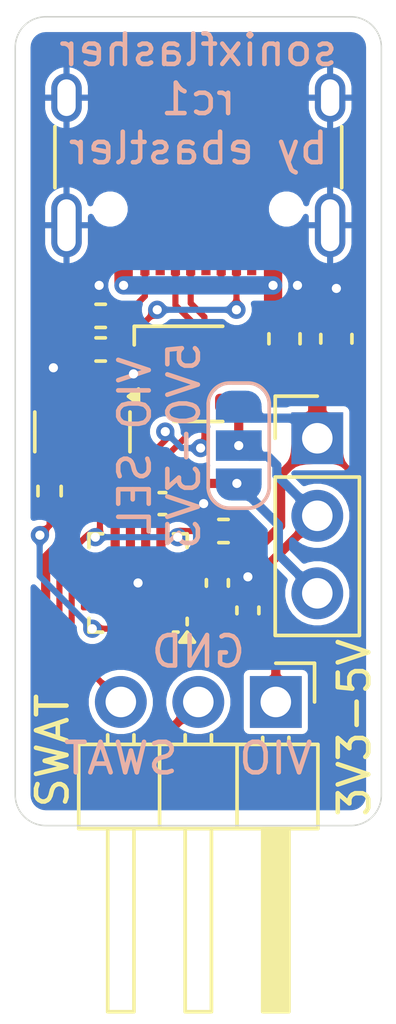
<source format=kicad_pcb>
(kicad_pcb (version 20241229) (generator "pcbnew") (generator_version "9.0")
  (title_block (title "sonixflasher") (date "2025-09-10") (rev "RC1") (company "ebastler") (comment 1 "Designed by Moritz Plattner"))
  (layers (0 "F.Cu" signal) (2 "B.Cu" signal) (13 "F.Paste" user) (15 "B.Paste" user) (5 "F.SilkS" user "F.Silkscreen") (7 "B.SilkS" user "B.Silkscreen") (1 "F.Mask" user) (3 "B.Mask" user) (25 "Edge.Cuts" user))
  (net 0 "")
  (net 1 "GND")
  (net 2 "VBUS")
  (net 3 "+3V3")
  (net 4 "vio")
  (net 5 "USB-D-")
  (net 7 "Net-(J1-CC1)")
  (net 8 "USB-D+")
  (net 10 "Net-(J1-CC2)")
  (net 11 "SWAT")
  (net 12 "Net-(J2-Pin_2)")
  (net 13 "Net-(Q1-G)")
  (net 14 "Net-(U2-TXD)")
  (net 15 "Net-(U2-~{RTS})")
  (net 22 "Net-(F1-Pad1)")
  (footprint "Resistor_SMD:R_0402_1005Metric" (layer "F.Cu") (at 2.8 9.8 180)
    (property "Reference" "R1" (hide yes))
    (property "Value" "5k1" (hide yes))
    (fp_line (start -0.153641 0.38) (end 0.153641 0.38) (stroke (width 0.12)) (layer "F.SilkS"))
    (fp_line (start -0.153641 -0.38) (end 0.153641 -0.38) (stroke (width 0.12)) (layer "F.SilkS"))
    (pad "1" smd roundrect (at -0.51 0 180) (size 0.54 0.64) (layers "F.Cu" "F.Mask" "F.Paste") (net 10 "Net-(J1-CC2)"))
    (pad "2" smd roundrect (at 0.51 0 180) (size 0.54 0.64) (layers "F.Cu" "F.Mask" "F.Paste") (net 1 "GND"))
  )
  (footprint "Resistor_SMD:R_0402_1005Metric" (layer "F.Cu") (at 6.825 16.85 180)
    (property "Reference" "R3" (hide yes))
    (property "Value" "4k7" (hide yes))
    (fp_line (start -0.153641 0.38) (end 0.153641 0.38) (stroke (width 0.12)) (layer "F.SilkS"))
    (fp_line (start -0.153641 -0.38) (end 0.153641 -0.38) (stroke (width 0.12)) (layer "F.SilkS"))
    (pad "1" smd roundrect (at -0.51 0 180) (size 0.54 0.64) (layers "F.Cu" "F.Mask" "F.Paste") (net 14 "Net-(U2-TXD)"))
    (pad "2" smd roundrect (at 0.51 0 180) (size 0.54 0.64) (layers "F.Cu" "F.Mask" "F.Paste") (net 11 "SWAT"))
  )
  (footprint "PCM_marbastlib-various:SOT-23-6-routable" (layer "F.Cu") (at 6 11.7)
    (property "Reference" "U1" (hide yes))
    (property "Value" "SRV05-4" (hide yes))
    (fp_line (start -2.1 -1.56) (end 0.8 -1.56) (stroke (width 0.12)) (layer "F.SilkS"))
    (fp_line (start -2.1 -0.95) (end -2.1 -1.56) (stroke (width 0.12)) (layer "F.SilkS"))
    (fp_line (start 0 1.56) (end -0.8 1.56) (stroke (width 0.12)) (layer "F.SilkS"))
    (fp_line (start 0 1.56) (end 0.8 1.56) (stroke (width 0.12)) (layer "F.SilkS"))
    (pad "1" smd roundrect (at -1.175 -0.95) (size 1.25 0.6) (layers "F.Cu" "F.Mask" "F.Paste") (net 8 "USB-D+"))
    (pad "2" smd roundrect (at -1.175 0) (size 1.25 0.6) (layers "F.Cu" "F.Mask" "F.Paste") (net 1 "GND"))
    (pad "3" smd roundrect (at -1.175 0.95) (size 1.25 0.6) (layers "F.Cu" "F.Mask" "F.Paste") (net 11 "SWAT"))
    (pad "4" smd roundrect (at 1.175 0.95) (size 1.25 0.6) (layers "F.Cu" "F.Mask" "F.Paste") (net 4 "vio"))
    (pad "5" smd roundrect (at 1.175 0) (size 1.25 0.6) (layers "F.Cu" "F.Mask" "F.Paste") (net 2 "VBUS"))
    (pad "6" smd roundrect (at 1.175 -0.95) (size 1.25 0.6) (layers "F.Cu" "F.Mask" "F.Paste") (net 5 "USB-D-"))
  )
  (footprint "Resistor_SMD:R_0402_1005Metric" (layer "F.Cu") (at 2.8 10.9 180)
    (property "Reference" "R2" (hide yes))
    (property "Value" "5k1" (hide yes))
    (fp_line (start -0.153641 0.38) (end 0.153641 0.38) (stroke (width 0.12)) (layer "F.SilkS"))
    (fp_line (start -0.153641 -0.38) (end 0.153641 -0.38) (stroke (width 0.12)) (layer "F.SilkS"))
    (pad "1" smd roundrect (at -0.51 0 180) (size 0.54 0.64) (layers "F.Cu" "F.Mask" "F.Paste") (net 7 "Net-(J1-CC1)"))
    (pad "2" smd roundrect (at 0.51 0 180) (size 0.54 0.64) (layers "F.Cu" "F.Mask" "F.Paste") (net 1 "GND"))
  )
  (footprint "Capacitor_SMD:C_0402_1005Metric" (layer "F.Cu") (at 6.625 18.55 -90)
    (property "Reference" "C2" (hide yes))
    (property "Value" "1u" (hide yes))
    (fp_line (start -0.107836 0.36) (end 0.107836 0.36) (stroke (width 0.12)) (layer "F.SilkS"))
    (fp_line (start -0.107836 -0.36) (end 0.107836 -0.36) (stroke (width 0.12)) (layer "F.SilkS"))
    (pad "1" smd roundrect (at -0.48 0 270) (size 0.56 0.62) (layers "F.Cu" "F.Mask" "F.Paste") (net 2 "VBUS"))
    (pad "2" smd roundrect (at 0.48 0 270) (size 0.56 0.62) (layers "F.Cu" "F.Mask" "F.Paste") (net 1 "GND"))
  )
  (footprint "Package_TO_SOT_SMD:SOT-23" (layer "F.Cu") (at 2.2 13.6 -90)
    (property "Reference" "Q1" (hide yes))
    (property "Value" "AO3400A" (hide yes))
    (fp_line (start 0 1.56) (end -0.65 1.56) (stroke (width 0.12)) (layer "F.SilkS"))
    (fp_line (start 0 1.56) (end 0.65 1.56) (stroke (width 0.12)) (layer "F.SilkS"))
    (fp_line (start 0 -1.56) (end -0.65 -1.56) (stroke (width 0.12)) (layer "F.SilkS"))
    (fp_line (start 0 -1.56) (end 0.65 -1.56) (stroke (width 0.12)) (layer "F.SilkS"))
    (fp_poly (pts (xy -1.1625 -1.51) (xy -1.4025 -1.84) (xy -0.9225 -1.84)) (stroke (width 0.12)) (fill yes) (layer "F.SilkS"))
    (pad "1" smd roundrect (at -0.9375 -0.95 270) (size 1.475 0.6) (layers "F.Cu" "F.Mask" "F.Paste") (net 13 "Net-(Q1-G)"))
    (pad "2" smd roundrect (at -0.9375 0.95 270) (size 1.475 0.6) (layers "F.Cu" "F.Mask" "F.Paste") (net 1 "GND"))
    (pad "3" smd roundrect (at 0.9375 0 270) (size 1.475 0.6) (layers "F.Cu" "F.Mask" "F.Paste") (net 12 "Net-(J2-Pin_2)"))
  )
  (footprint "Connector_PinHeader_2.54mm:PinHeader_1x03_P2.54mm_Vertical" (layer "F.Cu") (at 9.9 13.81)
    (property "Reference" "JP2" (hide yes))
    (property "Value" "VSEL" (hide yes))
    (fp_line (start -1.38 -1.38) (end 0 -1.38) (stroke (width 0.12)) (layer "F.SilkS"))
    (fp_line (start -1.38 0) (end -1.38 -1.38) (stroke (width 0.12)) (layer "F.SilkS"))
    (fp_line (start -1.38 1.27) (end -1.38 6.46) (stroke (width 0.12)) (layer "F.SilkS"))
    (fp_line (start -1.38 1.27) (end 1.38 1.27) (stroke (width 0.12)) (layer "F.SilkS"))
    (fp_line (start -1.38 6.46) (end 1.38 6.46) (stroke (width 0.12)) (layer "F.SilkS"))
    (fp_line (start 1.38 1.27) (end 1.38 6.46) (stroke (width 0.12)) (layer "F.SilkS"))
    (pad "1" thru_hole rect (at 0 0) (size 1.7 1.7) (drill 1) (layers "*.Cu" "*.Mask") (net 2 "VBUS"))
    (pad "2" thru_hole circle (at 0 2.54) (size 1.7 1.7) (drill 1) (layers "*.Cu" "*.Mask") (net 4 "vio"))
    (pad "3" thru_hole circle (at 0 5.08) (size 1.7 1.7) (drill 1) (layers "*.Cu" "*.Mask") (net 3 "+3V3"))
  )
  (footprint "Capacitor_SMD:C_0402_1005Metric" (layer "F.Cu") (at 7.625 19.45 90)
    (property "Reference" "C3" (hide yes))
    (property "Value" "100n" (hide yes))
    (fp_line (start -0.107836 -0.36) (end 0.107836 -0.36) (stroke (width 0.12)) (layer "F.SilkS"))
    (fp_line (start -0.107836 0.36) (end 0.107836 0.36) (stroke (width 0.12)) (layer "F.SilkS"))
    (pad "1" smd roundrect (at -0.48 0 90) (size 0.56 0.62) (layers "F.Cu" "F.Mask" "F.Paste") (net 4 "vio"))
    (pad "2" smd roundrect (at 0.48 0 90) (size 0.56 0.62) (layers "F.Cu" "F.Mask" "F.Paste") (net 1 "GND"))
  )
  (footprint "Resistor_SMD:R_0402_1005Metric" (layer "F.Cu") (at 1.125 15.54 90)
    (property "Reference" "R4" (hide yes))
    (property "Value" "100R" (hide yes))
    (fp_line (start -0.153641 -0.38) (end 0.153641 -0.38) (stroke (width 0.12)) (layer "F.SilkS"))
    (fp_line (start -0.153641 0.38) (end 0.153641 0.38) (stroke (width 0.12)) (layer "F.SilkS"))
    (pad "1" smd roundrect (at -0.51 0 90) (size 0.54 0.64) (layers "F.Cu" "F.Mask" "F.Paste") (net 15 "Net-(U2-~{RTS})"))
    (pad "2" smd roundrect (at 0.51 0 90) (size 0.54 0.64) (layers "F.Cu" "F.Mask" "F.Paste") (net 13 "Net-(Q1-G)"))
  )
  (footprint "Fuse:Fuse_0603_1608Metric" (layer "F.Cu") (at 8.825 10.55 -90)
    (property "Reference" "F1" (hide yes))
    (property "Value" "500mA" (hide yes))
    (fp_line (start -0.162779 0.51) (end 0.162779 0.51) (stroke (width 0.12)) (layer "F.SilkS"))
    (fp_line (start -0.162779 -0.51) (end 0.162779 -0.51) (stroke (width 0.12)) (layer "F.SilkS"))
    (pad "1" smd roundrect (at -0.7875 0 270) (size 0.875 0.95) (layers "F.Cu" "F.Mask" "F.Paste") (net 22 "Net-(F1-Pad1)"))
    (pad "2" smd roundrect (at 0.7875 0 270) (size 0.875 0.95) (layers "F.Cu" "F.Mask" "F.Paste") (net 2 "VBUS"))
  )
  (footprint "PCM_marbastlib-various:USB_C_Receptacle_HRO_TYPE-C-31-M-12" (layer "F.Cu") (at 6 3.7 180)
    (property "Reference" "J1" (hide yes))
    (property "Value" "HRO TYPE-C-31-M-12" (hide yes))
    (fp_line (start 4.7 -1.9) (end 4.7 0.1) (stroke (width 0.12)) (layer "F.SilkS"))
    (fp_line (start -4.7 -1.9) (end -4.7 0.1) (stroke (width 0.12)) (layer "F.SilkS"))
    (pad "" np_thru_hole circle (at -2.89 -2.6 180) (size 0.65 0.65) (drill 0.65) (layers "*.Cu" "*.Mask"))
    (pad "" np_thru_hole circle (at 2.89 -2.6 180) (size 0.65 0.65) (drill 0.65) (layers "*.Cu" "*.Mask"))
    (pad "A1" smd rect (at -3.25 -4.045 180) (size 0.6 1.45) (layers "F.Cu" "F.Mask" "F.Paste") (net 1 "GND"))
    (pad "A4" smd rect (at -2.45 -4.045 180) (size 0.6 1.45) (layers "F.Cu" "F.Mask" "F.Paste") (net 22 "Net-(F1-Pad1)"))
    (pad "A5" smd rect (at -1.25 -4.045 180) (size 0.3 1.45) (layers "F.Cu" "F.Mask" "F.Paste") (net 7 "Net-(J1-CC1)"))
    (pad "A6" smd rect (at -0.25 -4.045 180) (size 0.3 1.45) (layers "F.Cu" "F.Mask" "F.Paste") (net 8 "USB-D+"))
    (pad "A7" smd rect (at 0.25 -4.045 180) (size 0.3 1.45) (layers "F.Cu" "F.Mask" "F.Paste") (net 5 "USB-D-"))
    (pad "A8" smd rect (at 1.25 -4.045 180) (size 0.3 1.45) (layers "F.Cu" "F.Mask" "F.Paste"))
    (pad "A9" smd rect (at 2.45 -4.045 180) (size 0.6 1.45) (layers "F.Cu" "F.Mask" "F.Paste") (net 22 "Net-(F1-Pad1)"))
    (pad "A12" smd rect (at 3.25 -4.045 180) (size 0.6 1.45) (layers "F.Cu" "F.Mask" "F.Paste") (net 1 "GND"))
    (pad "B1" smd rect (at 3.25 -4.045 180) (size 0.6 1.45) (layers "F.Cu" "F.Mask" "F.Paste") (net 1 "GND"))
    (pad "B4" smd rect (at 2.45 -4.045 180) (size 0.6 1.45) (layers "F.Cu" "F.Mask" "F.Paste") (net 22 "Net-(F1-Pad1)"))
    (pad "B5" smd rect (at 1.75 -4.045 180) (size 0.3 1.45) (layers "F.Cu" "F.Mask" "F.Paste") (net 10 "Net-(J1-CC2)"))
    (pad "B6" smd rect (at 0.75 -4.045 180) (size 0.3 1.45) (layers "F.Cu" "F.Mask" "F.Paste") (net 8 "USB-D+"))
    (pad "B7" smd rect (at -0.75 -4.045 180) (size 0.3 1.45) (layers "F.Cu" "F.Mask" "F.Paste") (net 5 "USB-D-"))
    (pad "B8" smd rect (at -1.75 -4.045 180) (size 0.3 1.45) (layers "F.Cu" "F.Mask" "F.Paste"))
    (pad "B9" smd rect (at -2.45 -4.045 180) (size 0.6 1.45) (layers "F.Cu" "F.Mask" "F.Paste") (net 22 "Net-(F1-Pad1)"))
    (pad "B12" smd rect (at -3.25 -4.045 180) (size 0.6 1.45) (layers "F.Cu" "F.Mask" "F.Paste") (net 1 "GND"))
    (pad "S1" thru_hole oval (at -4.32 -3.13 180) (size 1 2.1) (drill oval 0.6 1.7) (layers "*.Cu" "*.Mask") (net 1 "GND"))
    (pad "S1" thru_hole oval (at -4.32 1.05 180) (size 1 1.6) (drill oval 0.6 1.2) (layers "*.Cu" "*.Mask") (net 1 "GND"))
    (pad "S1" thru_hole oval (at 4.32 -3.13 180) (size 1 2.1) (drill oval 0.6 1.7) (layers "*.Cu" "*.Mask") (net 1 "GND"))
    (pad "S1" thru_hole oval (at 4.32 1.05 180) (size 1 1.6) (drill oval 0.6 1.2) (layers "*.Cu" "*.Mask") (net 1 "GND"))
  )
  (footprint "Capacitor_SMD:C_0402_1005Metric" (layer "F.Cu") (at 4.825 15.95)
    (property "Reference" "C4" (hide yes))
    (property "Value" "1u" (hide yes))
    (fp_line (start -0.107836 -0.36) (end 0.107836 -0.36) (stroke (width 0.12)) (layer "F.SilkS"))
    (fp_line (start -0.107836 0.36) (end 0.107836 0.36) (stroke (width 0.12)) (layer "F.SilkS"))
    (pad "1" smd roundrect (at -0.48 0) (size 0.56 0.62) (layers "F.Cu" "F.Mask" "F.Paste") (net 3 "+3V3"))
    (pad "2" smd roundrect (at 0.48 0) (size 0.56 0.62) (layers "F.Cu" "F.Mask" "F.Paste") (net 1 "GND"))
  )
  (footprint "Package_DFN_QFN:WCH_QFN-16-1EP_3x3mm_P0.5mm_EP1.8x1.8mm" (layer "F.Cu") (at 4.025 18.55 180)
    (property "Reference" "U2" (hide yes))
    (property "Value" "CH343P" (hide yes))
    (fp_line (start 1.61 1.61) (end 1.61 1.16) (stroke (width 0.12)) (layer "F.SilkS"))
    (fp_line (start 1.61 -1.61) (end 1.61 -1.16) (stroke (width 0.12)) (layer "F.SilkS"))
    (fp_line (start 1.16 1.61) (end 1.61 1.61) (stroke (width 0.12)) (layer "F.SilkS"))
    (fp_line (start 1.16 -1.61) (end 1.61 -1.61) (stroke (width 0.12)) (layer "F.SilkS"))
    (fp_line (start -1.16 1.61) (end -1.61 1.61) (stroke (width 0.12)) (layer "F.SilkS"))
    (fp_line (start -1.16 -1.61) (end -1.31 -1.61) (stroke (width 0.12)) (layer "F.SilkS"))
    (fp_line (start -1.61 1.61) (end -1.61 1.16) (stroke (width 0.12)) (layer "F.SilkS"))
    (fp_line (start -1.61 -1.16) (end -1.61 -1.37) (stroke (width 0.12)) (layer "F.SilkS"))
    (fp_poly (pts (xy -1.61 -1.61) (xy -1.85 -1.94) (xy -1.37 -1.94)) (stroke (width 0.12)) (fill yes) (layer "F.SilkS"))
    (pad "1" smd roundrect (at -1.4875 -0.75 180) (size 0.775 0.3) (layers "F.Cu" "F.Mask" "F.Paste") (net 4 "vio"))
    (pad "2" smd roundrect (at -1.4875 -0.25 180) (size 0.775 0.3) (layers "F.Cu" "F.Mask" "F.Paste") (net 1 "GND"))
    (pad "3" smd roundrect (at -1.4875 0.25 180) (size 0.775 0.3) (layers "F.Cu" "F.Mask" "F.Paste") (net 2 "VBUS"))
    (pad "4" smd roundrect (at -1.4875 0.75 180) (size 0.775 0.3) (layers "F.Cu" "F.Mask" "F.Paste") (net 14 "Net-(U2-TXD)"))
    (pad "5" smd roundrect (at -0.75 1.4875 180) (size 0.3 0.775) (layers "F.Cu" "F.Mask" "F.Paste") (net 11 "SWAT"))
    (pad "6" smd roundrect (at -0.25 1.4875 180) (size 0.3 0.775) (layers "F.Cu" "F.Mask" "F.Paste") (net 3 "+3V3"))
    (pad "7" smd roundrect (at 0.25 1.4875 180) (size 0.3 0.775) (layers "F.Cu" "F.Mask" "F.Paste") (net 8 "USB-D+"))
    (pad "8" smd roundrect (at 0.75 1.4875 180) (size 0.3 0.775) (layers "F.Cu" "F.Mask" "F.Paste") (net 5 "USB-D-"))
    (pad "9" smd roundrect (at 1.4875 0.75 180) (size 0.775 0.3) (layers "F.Cu" "F.Mask" "F.Paste") (net 2 "VBUS"))
    (pad "10" smd roundrect (at 1.4875 0.25 180) (size 0.775 0.3) (layers "F.Cu" "F.Mask" "F.Paste"))
    (pad "11" smd roundrect (at 1.4875 -0.25 180) (size 0.775 0.3) (layers "F.Cu" "F.Mask" "F.Paste"))
    (pad "12" smd roundrect (at 1.4875 -0.75 180) (size 0.775 0.3) (layers "F.Cu" "F.Mask" "F.Paste"))
    (pad "13" smd roundrect (at 0.75 -1.4875 180) (size 0.3 0.775) (layers "F.Cu" "F.Mask" "F.Paste") (net 15 "Net-(U2-~{RTS})"))
    (pad "14" smd roundrect (at 0.25 -1.4875 180) (size 0.3 0.775) (layers "F.Cu" "F.Mask" "F.Paste"))
    (pad "15" smd roundrect (at -0.25 -1.4875 180) (size 0.3 0.775) (layers "F.Cu" "F.Mask" "F.Paste"))
    (pad "16" smd roundrect (at -0.75 -1.4875 180) (size 0.3 0.775) (layers "F.Cu" "F.Mask" "F.Paste"))
    (pad "17" smd rect (at 0 0 180) (size 1.8 1.8) (property pad_prop_heatsink) (layers "F.Cu" "F.Mask") (net 1 "GND"))
  )
  (footprint "Connector_PinHeader_2.54mm:PinHeader_1x03_P2.54mm_Horizontal" (layer "F.Cu") (at 8.54 22.45 -90)
    (property "Reference" "J2" (hide yes))
    (property "Value" "IO" (hide yes))
    (fp_line (start 1.39 6.46) (end 4.15 6.46) (stroke (width 0.12)) (layer "F.SilkS"))
    (fp_line (start 4.15 6.46) (end 4.15 -1.38) (stroke (width 0.12)) (layer "F.SilkS"))
    (fp_line (start 1.077358 5.51) (end 1.39 5.51) (stroke (width 0.12)) (layer "F.SilkS"))
    (fp_line (start 10.15 5.51) (end 4.15 5.51) (stroke (width 0.12)) (layer "F.SilkS"))
    (fp_line (start 1.077358 4.65) (end 1.39 4.65) (stroke (width 0.12)) (layer "F.SilkS"))
    (fp_line (start 4.15 4.65) (end 10.15 4.65) (stroke (width 0.12)) (layer "F.SilkS"))
    (fp_line (start 10.15 4.65) (end 10.15 5.51) (stroke (width 0.12)) (layer "F.SilkS"))
    (fp_line (start 1.39 3.81) (end 4.15 3.81) (stroke (width 0.12)) (layer "F.SilkS"))
    (fp_line (start 1.077358 2.97) (end 1.39 2.97) (stroke (width 0.12)) (layer "F.SilkS"))
    (fp_line (start 10.15 2.97) (end 4.15 2.97) (stroke (width 0.12)) (layer "F.SilkS"))
    (fp_line (start 1.077358 2.11) (end 1.39 2.11) (stroke (width 0.12)) (layer "F.SilkS"))
    (fp_line (start 4.15 2.11) (end 10.15 2.11) (stroke (width 0.12)) (layer "F.SilkS"))
    (fp_line (start 10.15 2.11) (end 10.15 2.97) (stroke (width 0.12)) (layer "F.SilkS"))
    (fp_line (start 1.39 1.27) (end 4.15 1.27) (stroke (width 0.12)) (layer "F.SilkS"))
    (fp_line (start 1.16 0.43) (end 1.39 0.43) (stroke (width 0.12)) (layer "F.SilkS"))
    (fp_line (start -1.27 0) (end -1.27 -1.27) (stroke (width 0.12)) (layer "F.SilkS"))
    (fp_line (start 1.16 -0.43) (end 1.39 -0.43) (stroke (width 0.12)) (layer "F.SilkS"))
    (fp_line (start -1.27 -1.27) (end 0 -1.27) (stroke (width 0.12)) (layer "F.SilkS"))
    (fp_line (start 1.39 -1.38) (end 1.39 6.46) (stroke (width 0.12)) (layer "F.SilkS"))
    (fp_line (start 4.15 -1.38) (end 1.39 -1.38) (stroke (width 0.12)) (layer "F.SilkS"))
    (fp_rect (start 4.15 -0.43) (end 10.15 0.43) (stroke (width 0.12)) (fill yes) (layer "F.SilkS"))
    (pad "1" thru_hole rect (at 0 0 270) (size 1.7 1.7) (drill 1) (layers "*.Cu" "*.Mask") (net 4 "vio"))
    (pad "2" thru_hole circle (at 0 2.54 270) (size 1.7 1.7) (drill 1) (layers "*.Cu" "*.Mask") (net 12 "Net-(J2-Pin_2)"))
    (pad "3" thru_hole circle (at 0 5.08 270) (size 1.7 1.7) (drill 1) (layers "*.Cu" "*.Mask") (net 11 "SWAT"))
  )
  (footprint "Capacitor_SMD:C_0603_1608Metric" (layer "F.Cu") (at 10.525 10.55 90)
    (property "Reference" "C1" (hide yes))
    (property "Value" "4u7" (hide yes))
    (fp_line (start -0.14058 -0.51) (end 0.14058 -0.51) (stroke (width 0.12)) (layer "F.SilkS"))
    (fp_line (start -0.14058 0.51) (end 0.14058 0.51) (stroke (width 0.12)) (layer "F.SilkS"))
    (pad "1" smd roundrect (at -0.775 0 90) (size 0.9 0.95) (layers "F.Cu" "F.Mask" "F.Paste") (net 2 "VBUS"))
    (pad "2" smd roundrect (at 0.775 0 90) (size 0.9 0.95) (layers "F.Cu" "F.Mask" "F.Paste") (net 1 "GND"))
  )
  (footprint "Jumper:SolderJumper-3_P1.3mm_Open_RoundedPad1.0x1.5mm_NumberLabels" (layer "B.Cu") (at 7.325 14.05 -90)
    (property "Reference" "JP1" (hide yes))
    (property "Value" "VSEL" (hide yes))
    (fp_line (start -1.4 1) (end 1.4 1) (stroke (width 0.12)) (layer "B.SilkS"))
    (fp_line (start 2.05 0.3) (end 2.05 -0.3) (stroke (width 0.12)) (layer "B.SilkS"))
    (fp_line (start -2.05 -0.3) (end -2.05 0.3) (stroke (width 0.12)) (layer "B.SilkS"))
    (fp_line (start 1.4 -1) (end -1.4 -1) (stroke (width 0.12)) (layer "B.SilkS"))
    (fp_arc (start -1.35 1) (mid -1.844975 0.794975) (end -2.05 0.3) (stroke (width 0.12)) (layer "B.SilkS"))
    (fp_arc (start 2.05 0.3) (mid 1.844975 0.794975) (end 1.35 1) (stroke (width 0.12)) (layer "B.SilkS"))
    (fp_arc (start -2.05 -0.3) (mid -1.844975 -0.794975) (end -1.35 -1) (stroke (width 0.12)) (layer "B.SilkS"))
    (fp_arc (start 1.35 -1) (mid 1.844975 -0.794975) (end 2.05 -0.3) (stroke (width 0.12)) (layer "B.SilkS"))
    (pad "1" smd custom (at -1.3 0 270) (size 1 0.5) (layers "B.Cu" "B.Mask") (net 2 "VBUS") (options (clearance outline) (anchor rect)) (primitives (gr_circle (center 0 -0.25) (end 0.5 -0.25) (width 0) (fill yes)) (gr_circle (center 0 0.25) (end 0.5 0.25) (width 0) (fill yes)) (gr_poly (pts (xy 0.55 -0.75) (xy 0 -0.75) (xy 0 0.75) (xy 0.55 0.75)) (width 0) (fill yes))))
    (pad "2" smd rect (at 0 0 270) (size 1 1.5) (layers "B.Cu" "B.Mask") (net 4 "vio"))
    (pad "3" smd custom (at 1.3 0 270) (size 1 0.5) (layers "B.Cu" "B.Mask") (net 3 "+3V3") (options (clearance outline) (anchor rect)) (primitives (gr_circle (center 0 -0.25) (end 0.5 -0.25) (width 0) (fill yes)) (gr_circle (center 0 0.25) (end 0.5 0.25) (width 0) (fill yes)) (gr_poly (pts (xy 0 -0.75) (xy -0.55 -0.75) (xy -0.55 0.75) (xy 0 0.75)) (width 0) (fill yes))))
  )
  (gr_arc (start 11 0) (mid 11.707107 0.292893) (end 12 1) (stroke (width 0.05)) (layer "Edge.Cuts"))
  (gr_line (start 1 0) (end 11 0) (stroke (width 0.05)) (layer "Edge.Cuts"))
  (gr_arc (start 1 26.5) (mid 0.292893 26.207107) (end 0 25.5) (stroke (width 0.05)) (layer "Edge.Cuts"))
  (gr_line (start 12 1) (end 12 25.5) (stroke (width 0.05)) (layer "Edge.Cuts"))
  (gr_line (start 0 25.5) (end 0 1) (stroke (width 0.05)) (layer "Edge.Cuts"))
  (gr_arc (start 0 1) (mid 0.292893 0.292893) (end 1 0) (stroke (width 0.05)) (layer "Edge.Cuts"))
  (gr_arc (start 12 25.5) (mid 11.707107 26.207107) (end 11 26.5) (stroke (width 0.05)) (layer "Edge.Cuts"))
  (gr_line (start 11 26.5) (end 1 26.5) (stroke (width 0.05)) (layer "Edge.Cuts"))
  (gr_text "3V3-5V" (at 11.7 26.3 90) (layer "F.SilkS") (effects (font (size 1 1)) (justify left bottom)))
  (gr_text "SWAT" (at 1.225 26 90) (layer "F.SilkS") (effects (font (size 1 1)) (justify left)))
  (gr_text "VIO SEL\n5V0-3V3" (at 4.725 14.050001 90) (layer "B.SilkS") (effects (font (size 1 1)) (justify mirror)))
  (gr_text "GND" (at 6 20.8 0) (layer "B.SilkS") (effects (font (size 1 1)) (justify mirror)))
  (gr_text "SWAT" (at 3.46 24.3 0) (layer "B.SilkS") (effects (font (size 1 1)) (justify mirror)))
  (gr_text "VIO" (at 8.54 24.3 0) (layer "B.SilkS") (effects (font (size 1 1)) (justify mirror)))
  (gr_text "sonixflasher\nrc1\nby ebastler" (at 6 2.7 0) (layer "B.SilkS") (effects (font (size 1 1)) (justify mirror)))
  (segment (start 5.5125 18.8) (end 4.275 18.8) (width 0.3) (layer "F.Cu") (net 1))
  (segment (start 1.25 12.6625) (end 1.25 11.5) (width 0.6) (layer "F.Cu") (net 1))
  (segment (start 2.29 10.9) (end 2.29 9.8) (width 0.2) (layer "F.Cu") (net 1))
  (segment (start 9.25 7.745) (end 9.25 8.8) (width 0.6) (layer "F.Cu") (net 1))
  (segment (start 10.525 9.775) (end 10.525 8.9) (width 0.6) (layer "F.Cu") (net 1))
  (segment (start 4.825 11.7) (end 3.875 11.7) (width 0.2) (layer "F.Cu") (net 1))
  (segment (start 5.5125 18.8) (end 6.395 18.8) (width 0.3) (layer "F.Cu") (net 1))
  (segment (start 2.29 9.8) (end 2.29 9.26) (width 0.2) (layer "F.Cu") (net 1))
  (segment (start 6.625 19.03) (end 7.565 19.03) (width 0.3) (layer "F.Cu") (net 1))
  (segment (start 5.305 15.95) (end 6.175 15.95) (width 0.3) (layer "F.Cu") (net 1))
  (segment (start 6.395 18.8) (end 6.625 19.03) (width 0.3) (layer "F.Cu") (net 1))
  (segment (start 2.75 7.745) (end 2.75 8.8) (width 0.6) (layer "F.Cu") (net 1))
  (segment (start 2.29 9.26) (end 2.75 8.8) (width 0.2) (layer "F.Cu") (net 1))
  (segment (start 7.625 18.97) (end 7.625 18.35) (width 0.3) (layer "F.Cu") (net 1))
  (segment (start 7.565 19.03) (end 7.625 18.97) (width 0.3) (layer "F.Cu") (net 1))
  (segment (start 4.275 18.8) (end 4.025 18.55) (width 0.3) (layer "F.Cu") (net 1))
  (via (at 6.175 15.95) (size 0.6) (drill 0.3) (layers "F.Cu" "B.Cu") (net 1))
  (via (at 10.525 8.9) (size 0.6) (drill 0.3) (layers "F.Cu" "B.Cu") (net 1))
  (via (at 3.875 11.7) (size 0.6) (drill 0.3) (layers "F.Cu" "B.Cu") (net 1))
  (via (at 1.25 11.5) (size 0.6) (drill 0.3) (layers "F.Cu" "B.Cu") (net 1))
  (via (at 9.25 8.8) (size 0.6) (drill 0.3) (layers "F.Cu" "B.Cu") (net 1))
  (via (at 7.625 18.35) (size 0.6) (drill 0.3) (layers "F.Cu" "B.Cu") (net 1))
  (via (at 4.025 18.55) (size 0.6) (drill 0.3) (layers "F.Cu" "B.Cu") (net 1))
  (via (at 2.75 8.8) (size 0.6) (drill 0.3) (layers "F.Cu" "B.Cu") (net 1))
  (segment (start 8.699 16.676) (end 8.699 15.011) (width 0.3) (layer "F.Cu") (net 2))
  (segment (start 7.225 21.9) (end 7.225 23.437) (width 0.2) (layer "F.Cu") (net 2))
  (segment (start 7.638 23.85) (end 9.55 23.85) (width 0.2) (layer "F.Cu") (net 2))
  (segment (start 8.4625 11.7) (end 8.825 11.3375) (width 0.6) (layer "F.Cu") (net 2))
  (segment (start 5.5125 18.3) (end 6.395 18.3) (width 0.3) (layer "F.Cu") (net 2))
  (segment (start 7.175 11.7) (end 8.4625 11.7) (width 0.6) (layer "F.Cu") (net 2))
  (segment (start 2.525 20.9) (end 6.225 20.9) (width 0.2) (layer "F.Cu") (net 2))
  (segment (start 9.675 12.3) (end 9.9 12.525) (width 0.6) (layer "F.Cu") (net 2))
  (segment (start 2.116176 17.8) (end 1.849 18.067176) (width 0.2) (layer "F.Cu") (net 2))
  (segment (start 7.825 17.55) (end 8.699 16.676) (width 0.3) (layer "F.Cu") (net 2))
  (segment (start 7.225 23.437) (end 7.638 23.85) (width 0.2) (layer "F.Cu") (net 2))
  (segment (start 1.849 20.224) (end 2.525 20.9) (width 0.2) (layer "F.Cu") (net 2))
  (segment (start 6.755 17.94) (end 6.88281 17.94) (width 0.3) (layer "F.Cu") (net 2))
  (segment (start 10 23.4) (end 10 20.625) (width 0.2) (layer "F.Cu") (net 2))
  (segment (start 9.55 23.85) (end 10 23.4) (width 0.2) (layer "F.Cu") (net 2))
  (segment (start 1.849 18.067176) (end 1.849 20.224) (width 0.2) (layer "F.Cu") (net 2))
  (segment (start 6.395 18.3) (end 6.625 18.07) (width 0.3) (layer "F.Cu") (net 2))
  (segment (start 6.625 18.07) (end 6.755 17.94) (width 0.3) (layer "F.Cu") (net 2))
  (segment (start 6.88281 17.94) (end 7.27281 17.55) (width 0.3) (layer "F.Cu") (net 2))
  (segment (start 9.675 11.3375) (end 9.675 12.3) (width 0.6) (layer "F.Cu") (net 2))
  (segment (start 6.225 20.9) (end 7.225 21.9) (width 0.2) (layer "F.Cu") (net 2))
  (segment (start 2.5375 17.8) (end 2.116176 17.8) (width 0.2) (layer "F.Cu") (net 2))
  (segment (start 8.825 11.3375) (end 9.675 11.3375) (width 0.6) (layer "F.Cu") (net 2))
  (segment (start 9.675 11.3375) (end 10.5125 11.3375) (width 0.6) (layer "F.Cu") (net 2))
  (segment (start 8.699 15.011) (end 9.9 13.81) (width 0.3) (layer "F.Cu") (net 2))
  (segment (start 9.9 12.525) (end 9.9 13.81) (width 0.6) (layer "F.Cu") (net 2))
  (segment (start 11.051 19.574) (end 11.051 14.961) (width 0.2) (layer "F.Cu") (net 2))
  (segment (start 11.051 14.961) (end 9.9 13.81) (width 0.2) (layer "F.Cu") (net 2))
  (segment (start 7.27281 17.55) (end 7.825 17.55) (width 0.3) (layer "F.Cu") (net 2))
  (segment (start 10 20.625) (end 11.051 19.574) (width 0.2) (layer "F.Cu") (net 2))
  (segment (start 10.5125 11.3375) (end 10.525 11.325) (width 0.6) (layer "F.Cu") (net 2))
  (segment (start 9.24 13.15) (end 9.9 13.81) (width 0.3) (layer "B.Cu") (net 2))
  (segment (start 7.325 12.75) (end 7.725 13.15) (width 0.3) (layer "B.Cu") (net 2))
  (segment (start 7.725 13.15) (end 9.24 13.15) (width 0.3) (layer "B.Cu") (net 2))
  (segment (start 7.264 15.289) (end 4.95774 15.289) (width 0.3) (layer "F.Cu") (net 3))
  (segment (start 4.275 17.0625) (end 4.275 16.02) (width 0.3) (layer "F.Cu") (net 3))
  (segment (start 4.345 15.90174) (end 4.345 15.95) (width 0.3) (layer "F.Cu") (net 3))
  (segment (start 4.95774 15.289) (end 4.345 15.90174) (width 0.3) (layer "F.Cu") (net 3))
  (via (at 7.264 15.289) (size 0.6) (drill 0.3) (layers "F.Cu" "B.Cu") (net 3))
  (segment (start 7.264 15.289) (end 8.625 16.65) (width 0.3) (layer "B.Cu") (net 3))
  (segment (start 8.625 17.615) (end 9.9 18.89) (width 0.3) (layer "B.Cu") (net 3))
  (segment (start 8.625 16.65) (end 8.625 17.615) (width 0.3) (layer "B.Cu") (net 3))
  (segment (start 8.325 19.35) (end 8.325 17.925) (width 0.3) (layer "F.Cu") (net 4))
  (segment (start 7.175 12.65) (end 7.325 12.8) (width 0.3) (layer "F.Cu") (net 4))
  (segment (start 7.745 19.93) (end 8.325 19.35) (width 0.3) (layer "F.Cu") (net 4))
  (segment (start 7.325 12.8) (end 7.325 14.05) (width 0.3) (layer "F.Cu") (net 4))
  (segment (start 7.625 19.93) (end 8.54 20.845) (width 0.3) (layer "F.Cu") (net 4))
  (segment (start 7.625 19.93) (end 7.745 19.93) (width 0.3) (layer "F.Cu") (net 4))
  (segment (start 8.54 20.845) (end 8.54 22.45) (width 0.3) (layer "F.Cu") (net 4))
  (segment (start 5.88674 19.3) (end 6.51674 19.93) (width 0.3) (layer "F.Cu") (net 4))
  (segment (start 5.5125 19.3) (end 5.88674 19.3) (width 0.3) (layer "F.Cu") (net 4))
  (segment (start 8.325 17.925) (end 9.9 16.35) (width 0.3) (layer "F.Cu") (net 4))
  (segment (start 6.51674 19.93) (end 7.625 19.93) (width 0.3) (layer "F.Cu") (net 4))
  (segment (start 9.9 16.18352) (end 9.9 15.7) (width 0.3) (layer "F.Cu") (net 4))
  (via (at 7.325 14.05) (size 0.6) (drill 0.3) (layers "F.Cu" "B.Cu") (net 4))
  (segment (start 7.675 14.4) (end 8.275 14.4) (width 0.3) (layer "B.Cu") (net 4))
  (segment (start 8.275 14.4) (end 8.575 14.7) (width 0.3) (layer "B.Cu") (net 4))
  (segment (start 8.575 15.025) (end 9.9 16.35) (width 0.3) (layer "B.Cu") (net 4))
  (segment (start 8.575 14.7) (end 8.575 15.025) (width 0.3) (layer "B.Cu") (net 4))
  (segment (start 7.325 14.05) (end 7.675 14.4) (width 0.3) (layer "B.Cu") (net 4))
  (segment (start 6.201 9.8339) (end 6.201 10.601) (width 0.2) (layer "F.Cu") (net 5))
  (segment (start 6.75 7.745) (end 6.75 8.722) (width 0.2) (layer "F.Cu") (net 5))
  (segment (start 5.75 9.3829) (end 6.201 9.8339) (width 0.2) (layer "F.Cu") (net 5))
  (segment (start 5.75 7.745) (end 5.75 8.8) (width 0.2) (layer "F.Cu") (net 5))
  (segment (start 6.201 10.899) (end 6.35 10.75) (width 0.2) (layer "F.Cu") (net 5))
  (segment (start 5.779 8.771) (end 5.75 8.8) (width 0.2) (layer "F.Cu") (net 5))
  (segment (start 3.275 15.51535) (end 3.275 17.0625) (width 0.2) (layer "F.Cu") (net 5))
  (segment (start 4.91696 13.87339) (end 3.275 15.51535) (width 0.2) (layer "F.Cu") (net 5))
  (segment (start 5.75 8.8) (end 5.75 9.3829) (width 0.2) (layer "F.Cu") (net 5))
  (segment (start 6.201 14.004977) (end 6.201 10.899) (width 0.2) (layer "F.Cu") (net 5))
  (segment (start 6.701 8.771) (end 5.779 8.771) (width 0.2) (layer "F.Cu") (net 5))
  (segment (start 4.91696 13.59196) (end 4.91696 13.87339) (width 0.2) (layer "F.Cu") (net 5))
  (segment (start 6.35 10.75) (end 7.175 10.75) (width 0.2) (layer "F.Cu") (net 5))
  (segment (start 6.075 14.130977) (end 6.201 14.004977) (width 0.2) (layer "F.Cu") (net 5))
  (segment (start 6.075 14.13098) (end 6.075 14.130977) (width 0.2) (layer "F.Cu") (net 5))
  (segment (start 6.75 8.722) (end 6.701 8.771) (width 0.2) (layer "F.Cu") (net 5))
  (segment (start 6.201 10.601) (end 6.35 10.75) (width 0.2) (layer "F.Cu") (net 5))
  (via (at 6.075 14.13098) (size 0.6) (drill 0.3) (layers "F.Cu" "B.Cu") (net 5))
  (via (at 4.91696 13.59196) (size 0.6) (drill 0.3) (layers "F.Cu" "B.Cu") (net 5))
  (segment (start 4.91696 13.59196) (end 5.45598 14.13098) (width 0.2) (layer "B.Cu") (net 5))
  (segment (start 5.45598 14.13098) (end 6.075 14.13098) (width 0.2) (layer "B.Cu") (net 5))
  (segment (start 3.352611 10.9) (end 4.652611 9.6) (width 0.2) (layer "F.Cu") (net 7))
  (segment (start 7.25 9.6) (end 7.25 7.745) (width 0.2) (layer "F.Cu") (net 7))
  (segment (start 3.31 10.9) (end 3.352611 10.9) (width 0.2) (layer "F.Cu") (net 7))
  (via (at 4.652611 9.6) (size 0.6) (drill 0.3) (layers "F.Cu" "B.Cu") (net 7))
  (via (at 7.25 9.6) (size 0.6) (drill 0.3) (layers "F.Cu" "B.Cu") (net 7))
  (segment (start 4.652611 9.6) (end 7.25 9.6) (width 0.2) (layer "B.Cu") (net 7))
  (segment (start 3.744 17.0315) (end 3.775 17.0625) (width 0.2) (layer "F.Cu") (net 8))
  (segment (start 5.8 10) (end 5.8 10.6) (width 0.2) (layer "F.Cu") (net 8))
  (segment (start 5.8 10.9) (end 5.65 10.75) (width 0.2) (layer "F.Cu") (net 8))
  (segment (start 6.25 6.768) (end 6.25 7.745) (width 0.2) (layer "F.Cu") (net 8))
  (segment (start 5.299 6.719) (end 6.201 6.719) (width 0.2) (layer "F.Cu") (net 8))
  (segment (start 3.764 15.59345) (end 5.8 13.55745) (width 0.2) (layer "F.Cu") (net 8))
  (segment (start 3.764 17.0515) (end 3.764 15.59345) (width 0.2) (layer "F.Cu") (net 8))
  (segment (start 5.25 7.745) (end 5.25 9.45) (width 0.2) (layer "F.Cu") (net 8))
  (segment (start 5.25 7.745) (end 5.25 6.768) (width 0.2) (layer "F.Cu") (net 8))
  (segment (start 5.8 10.6) (end 5.65 10.75) (width 0.2) (layer "F.Cu") (net 8))
  (segment (start 5.8 13.55745) (end 5.8 10.9) (width 0.2) (layer "F.Cu") (net 8))
  (segment (start 5.25 6.768) (end 5.299 6.719) (width 0.2) (layer "F.Cu") (net 8))
  (segment (start 5.6 10.75) (end 4.825 10.75) (width 0.2) (layer "F.Cu") (net 8))
  (segment (start 3.775 17.0625) (end 3.764 17.0515) (width 0.2) (layer "F.Cu") (net 8))
  (segment (start 6.201 6.719) (end 6.25 6.768) (width 0.2) (layer "F.Cu") (net 8))
  (segment (start 5.25 9.45) (end 5.8 10) (width 0.2) (layer "F.Cu") (net 8))
  (segment (start 5.6 10.75) (end 5.65 10.75) (width 0.2) (layer "F.Cu") (net 8))
  (segment (start 4.25 9.152668) (end 4.25 7.745) (width 0.2) (layer "F.Cu") (net 10))
  (segment (start 3.885511 9.8) (end 4.051611 9.6339) (width 0.2) (layer "F.Cu") (net 10))
  (segment (start 4.051611 9.351057) (end 4.25 9.152668) (width 0.2) (layer "F.Cu") (net 10))
  (segment (start 3.31 9.8) (end 3.885511 9.8) (width 0.2) (layer "F.Cu") (net 10))
  (segment (start 4.051611 9.6339) (end 4.051611 9.351057) (width 0.2) (layer "F.Cu") (net 10))
  (segment (start 2.625 17.05) (end 2.299076 17.05) (width 0.2) (layer "F.Cu") (net 11))
  (segment (start 4.225 13.99825) (end 2.775 15.44825) (width 0.2) (layer "F.Cu") (net 11))
  (segment (start 5.525 16.85) (end 5.325 17.05) (width 0.2) (layer "F.Cu") (net 11))
  (segment (start 1.448 20.438) (end 3.46 22.45) (width 0.2) (layer "F.Cu") (net 11))
  (segment (start 2.775 16.9) (end 2.625 17.05) (width 0.2) (layer "F.Cu") (net 11))
  (segment (start 4.475 12.65) (end 4.225 12.9) (width 0.2) (layer "F.Cu") (net 11))
  (segment (start 6.315 16.85) (end 5.525 16.85) (width 0.2) (layer "F.Cu") (net 11))
  (segment (start 2.299076 17.05) (end 1.448 17.901076) (width 0.2) (layer "F.Cu") (net 11))
  (segment (start 4.825 12.65) (end 4.475 12.65) (width 0.2) (layer "F.Cu") (net 11))
  (segment (start 4.225 12.9) (end 4.225 13.99825) (width 0.2) (layer "F.Cu") (net 11))
  (segment (start 2.775 15.44825) (end 2.775 16.9) (width 0.2) (layer "F.Cu") (net 11))
  (segment (start 1.448 17.901076) (end 1.448 20.438) (width 0.2) (layer "F.Cu") (net 11))
  (segment (start 4.775 17.0625) (end 5.3125 17.0625) (width 0.2) (layer "F.Cu") (net 11))
  (segment (start 5.3125 17.0625) (end 5.325 17.05) (width 0.2) (layer "F.Cu") (net 11))
  (via (at 5.325 17.05) (size 0.6) (drill 0.3) (layers "F.Cu" "B.Cu") (net 11))
  (via (at 2.625 17.05) (size 0.6) (drill 0.3) (layers "F.Cu" "B.Cu") (net 11))
  (segment (start 5.325 17.05) (end 2.625 17.05) (width 0.2) (layer "B.Cu") (net 11))
  (segment (start 2.2 14.5375) (end 2.2 16.511266) (width 0.3) (layer "F.Cu") (net 12))
  (segment (start 0.997 17.714266) (end 0.997 22.372) (width 0.3) (layer "F.Cu") (net 12))
  (segment (start 2.475 23.85) (end 4.6 23.85) (width 0.3) (layer "F.Cu") (net 12))
  (segment (start 4.6 23.85) (end 6 22.45) (width 0.3) (layer "F.Cu") (net 12))
  (segment (start 0.997 22.372) (end 2.475 23.85) (width 0.3) (layer "F.Cu") (net 12))
  (segment (start 2.2 16.511266) (end 0.997 17.714266) (width 0.3) (layer "F.Cu") (net 12))
  (segment (start 1.125 15.03) (end 1.125 14.225) (width 0.2) (layer "F.Cu") (net 13))
  (segment (start 2.3125 12.6625) (end 3.15 12.6625) (width 0.2) (layer "F.Cu") (net 13))
  (segment (start 1.125 14.225) (end 2.075 13.275) (width 0.2) (layer "F.Cu") (net 13))
  (segment (start 2.075 12.9) (end 2.3125 12.6625) (width 0.2) (layer "F.Cu") (net 13))
  (segment (start 2.075 13.275) (end 2.075 12.9) (width 0.2) (layer "F.Cu") (net 13))
  (segment (start 6.696 17.489) (end 7.335 16.85) (width 0.2) (layer "F.Cu") (net 14))
  (segment (start 6.20475 17.489) (end 6.696 17.489) (width 0.2) (layer "F.Cu") (net 14))
  (segment (start 5.89375 17.8) (end 6.20475 17.489) (width 0.2) (layer "F.Cu") (net 14))
  (segment (start 5.5125 17.8) (end 5.89375 17.8) (width 0.2) (layer "F.Cu") (net 14))
  (segment (start 0.807709 16.984317) (end 1.125 16.667026) (width 0.2) (layer "F.Cu") (net 15))
  (segment (start 1.125 16.667026) (end 1.125 16.05) (width 0.2) (layer "F.Cu") (net 15))
  (segment (start 2.525 20.05) (end 3.2625 20.05) (width 0.2) (layer "F.Cu") (net 15))
  (segment (start 3.2625 20.05) (end 3.275 20.0375) (width 0.2) (layer "F.Cu") (net 15))
  (via (at 0.807709 16.984317) (size 0.6) (drill 0.3) (layers "F.Cu" "B.Cu") (net 15))
  (via (at 2.525 20.05) (size 0.6) (drill 0.3) (layers "F.Cu" "B.Cu") (net 15))
  (segment (start 0.807709 16.984317) (end 0.8 16.992026) (width 0.2) (layer "B.Cu") (net 15))
  (segment (start 0.8 16.992026) (end 0.8 18.325) (width 0.2) (layer "B.Cu") (net 15))
  (segment (start 0.8 18.325) (end 2.525 20.05) (width 0.2) (layer "B.Cu") (net 15))
  (segment (start 8.45 9.3875) (end 8.825 9.7625) (width 0.6) (layer "F.Cu") (net 22))
  (segment (start 8.45 7.745) (end 8.45 8.8) (width 0.6) (layer "F.Cu") (net 22))
  (segment (start 3.55 7.745) (end 3.55 8.8) (width 0.6) (layer "F.Cu") (net 22))
  (segment (start 8.45 8.8) (end 8.45 9.3875) (width 0.6) (layer "F.Cu") (net 22))
  (segment (start 8.45 8.8) (end 8.449 8.8) (width 0.6) (layer "F.Cu") (net 22))
  (via (at 8.45 8.8) (size 0.6) (drill 0.3) (layers "F.Cu" "B.Cu") (net 22))
  (via (at 3.55 8.8) (size 0.6) (drill 0.3) (layers "F.Cu" "B.Cu") (net 22))
  (segment (start 3.55 8.8) (end 8.45 8.8) (width 0.6) (layer "B.Cu") (net 22))
  (zone (net 1) (net_name "GND") (layer "B.Cu") (connect_pads (clearance 0.2)) (min_thickness 0.2) (fill yes (thermal_gap 0.2) (thermal_bridge_width 0.2))
    (polygon (pts (xy -0.5 -0.55) (xy 12.5 -0.55) (xy 12.5 27.45) (xy -0.5 27.45)))
  )
)
</source>
